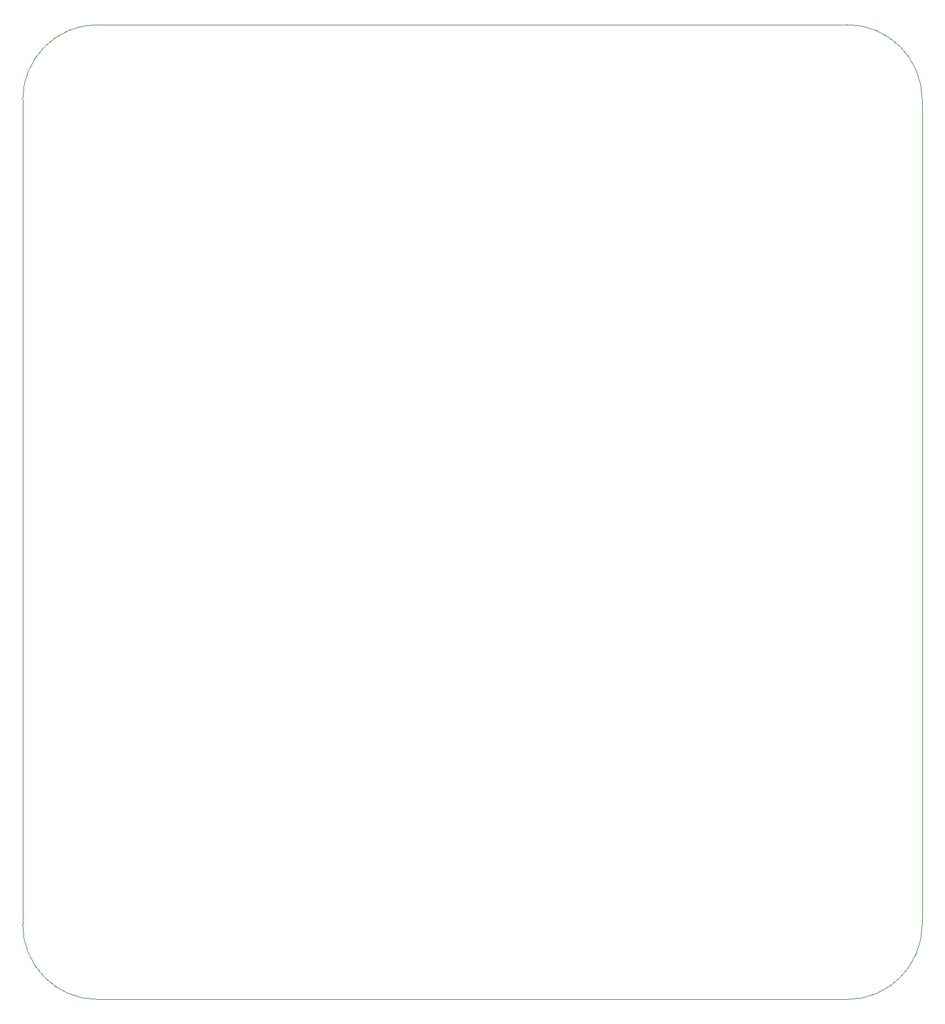
<source format=gbr>
G04 #@! TF.GenerationSoftware,KiCad,Pcbnew,5.1.4-e60b266~84~ubuntu18.04.1*
G04 #@! TF.CreationDate,2019-10-03T20:43:22+02:00*
G04 #@! TF.ProjectId,SingularitySurfer_V1,53696e67-756c-4617-9269-747953757266,rev?*
G04 #@! TF.SameCoordinates,Original*
G04 #@! TF.FileFunction,Profile,NP*
%FSLAX46Y46*%
G04 Gerber Fmt 4.6, Leading zero omitted, Abs format (unit mm)*
G04 Created by KiCad (PCBNEW 5.1.4-e60b266~84~ubuntu18.04.1) date 2019-10-03 20:43:22*
%MOMM*%
%LPD*%
G04 APERTURE LIST*
%ADD10C,0.050000*%
G04 APERTURE END LIST*
D10*
X20000000Y-155000000D02*
X20000000Y-55000000D01*
X140000000Y-55000000D02*
X140000000Y-155000000D01*
X140000000Y-165000000D02*
X140000000Y-155000000D01*
X20000000Y-165000000D02*
X20000000Y-155000000D01*
X130000000Y-175000000D02*
X30000000Y-175000000D01*
X140000000Y-165000000D02*
G75*
G02X130000000Y-175000000I-10000000J0D01*
G01*
X30000000Y-45000000D02*
X130000000Y-45000000D01*
X30000000Y-175000000D02*
G75*
G02X20000000Y-165000000I0J10000000D01*
G01*
X130000000Y-45000000D02*
G75*
G02X140000000Y-55000000I0J-10000000D01*
G01*
X20000000Y-55000000D02*
G75*
G02X30000000Y-45000000I10000000J0D01*
G01*
M02*

</source>
